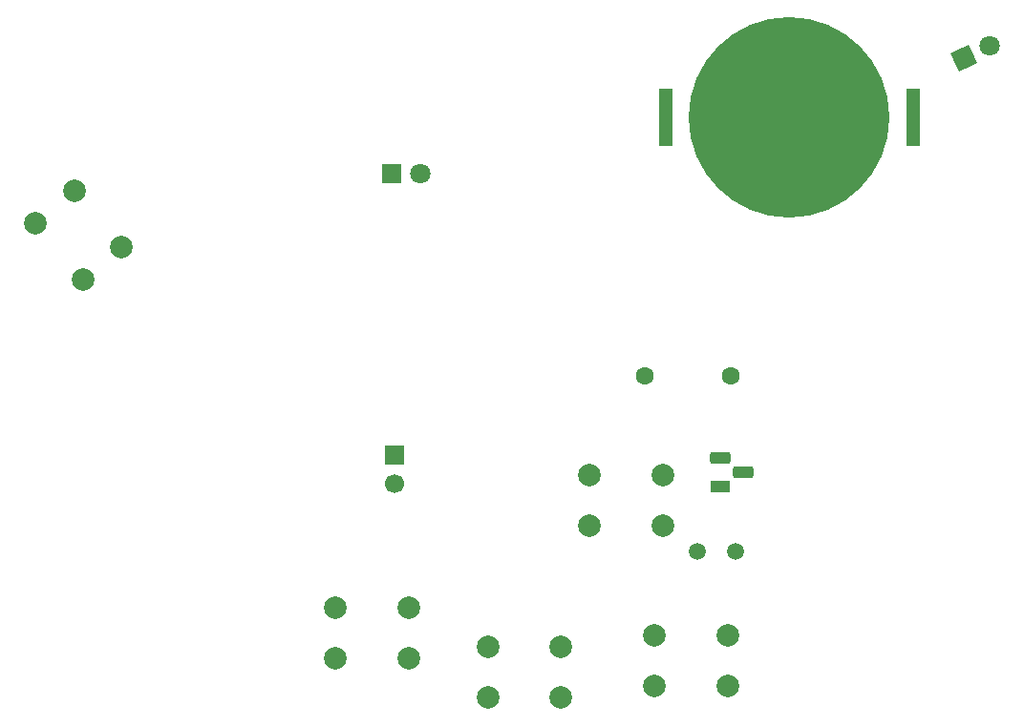
<source format=gbr>
%TF.GenerationSoftware,KiCad,Pcbnew,9.0.2*%
%TF.CreationDate,2025-05-31T16:49:14-04:00*%
%TF.ProjectId,shinx,7368696e-782e-46b6-9963-61645f706362,rev?*%
%TF.SameCoordinates,Original*%
%TF.FileFunction,Soldermask,Bot*%
%TF.FilePolarity,Negative*%
%FSLAX46Y46*%
G04 Gerber Fmt 4.6, Leading zero omitted, Abs format (unit mm)*
G04 Created by KiCad (PCBNEW 9.0.2) date 2025-05-31 16:49:14*
%MOMM*%
%LPD*%
G01*
G04 APERTURE LIST*
G04 Aperture macros list*
%AMRoundRect*
0 Rectangle with rounded corners*
0 $1 Rounding radius*
0 $2 $3 $4 $5 $6 $7 $8 $9 X,Y pos of 4 corners*
0 Add a 4 corners polygon primitive as box body*
4,1,4,$2,$3,$4,$5,$6,$7,$8,$9,$2,$3,0*
0 Add four circle primitives for the rounded corners*
1,1,$1+$1,$2,$3*
1,1,$1+$1,$4,$5*
1,1,$1+$1,$6,$7*
1,1,$1+$1,$8,$9*
0 Add four rect primitives between the rounded corners*
20,1,$1+$1,$2,$3,$4,$5,0*
20,1,$1+$1,$4,$5,$6,$7,0*
20,1,$1+$1,$6,$7,$8,$9,0*
20,1,$1+$1,$8,$9,$2,$3,0*%
%AMRotRect*
0 Rectangle, with rotation*
0 The origin of the aperture is its center*
0 $1 length*
0 $2 width*
0 $3 Rotation angle, in degrees counterclockwise*
0 Add horizontal line*
21,1,$1,$2,0,0,$3*%
G04 Aperture macros list end*
%ADD10C,2.000000*%
%ADD11RotRect,1.800000X1.800000X25.000000*%
%ADD12C,1.800000*%
%ADD13R,1.800000X1.800000*%
%ADD14R,1.800000X1.100000*%
%ADD15RoundRect,0.275000X0.625000X-0.275000X0.625000X0.275000X-0.625000X0.275000X-0.625000X-0.275000X0*%
%ADD16C,1.600000*%
%ADD17R,1.700000X1.700000*%
%ADD18C,1.700000*%
%ADD19R,1.270000X5.080000*%
%ADD20C,17.800000*%
%ADD21C,1.500000*%
G04 APERTURE END LIST*
D10*
%TO.C,SW1*%
X157750000Y-112250000D03*
X164250000Y-112250000D03*
X157750000Y-116750000D03*
X164250000Y-116750000D03*
%TD*%
D11*
%TO.C,D2*%
X190960000Y-75270000D03*
D12*
X193262023Y-74196550D03*
%TD*%
D13*
%TO.C,D1*%
X140225000Y-85500000D03*
D12*
X142765000Y-85500000D03*
%TD*%
D10*
%TO.C,SW2*%
X108687340Y-89956628D03*
X112865459Y-94935917D03*
X112134540Y-87064084D03*
X116312660Y-92043373D03*
%TD*%
D14*
%TO.C,Q1*%
X169330000Y-113270000D03*
D15*
X171400000Y-112000000D03*
X169330000Y-110730000D03*
%TD*%
D10*
%TO.C,SW3*%
X141750000Y-124000000D03*
X135250000Y-124000000D03*
X141750000Y-128500000D03*
X135250000Y-128500000D03*
%TD*%
%TO.C,SW4*%
X155250000Y-127500000D03*
X148750000Y-127500000D03*
X155250000Y-132000000D03*
X148750000Y-132000000D03*
%TD*%
%TO.C,SW5*%
X170000000Y-126500000D03*
X163500000Y-126500000D03*
X170000000Y-131000000D03*
X163500000Y-131000000D03*
%TD*%
D16*
%TO.C,R1*%
X170310000Y-103500000D03*
X162690000Y-103500000D03*
%TD*%
D17*
%TO.C,M1*%
X140500000Y-110500000D03*
D18*
X140500000Y-113040000D03*
%TD*%
D19*
%TO.C,BT1*%
X186485000Y-80500000D03*
X164515000Y-80500000D03*
D20*
X175500000Y-80500000D03*
%TD*%
D21*
%TO.C,R3*%
X170700000Y-119000000D03*
X167300000Y-119000000D03*
%TD*%
M02*

</source>
